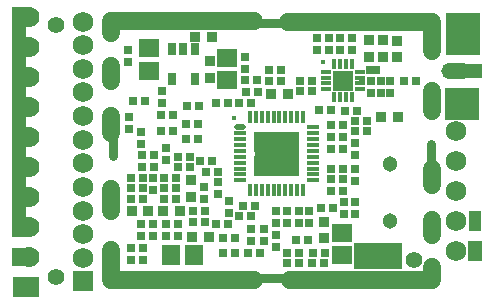
<source format=gts>
%FSLAX25Y25*%
%MOIN*%
G70*
G01*
G75*
%ADD10C,0.01000*%
%ADD11C,0.02000*%
%ADD12C,0.00800*%
%ADD13R,0.01969X0.02000*%
%ADD14R,0.03000X0.03000*%
%ADD15R,0.02000X0.01969*%
%ADD16R,0.03150X0.00984*%
%ADD17R,0.00984X0.03150*%
%ADD18R,0.00984X0.03150*%
%ADD19R,0.05906X0.05906*%
%ADD20O,0.03150X0.00984*%
%ADD21C,0.00800*%
%ADD22R,0.05906X0.05118*%
%ADD23R,0.02000X0.03150*%
%ADD24R,0.05118X0.05906*%
%ADD25R,0.02756X0.00984*%
%ADD26R,0.00984X0.02756*%
%ADD27R,0.06299X0.06299*%
%ADD28C,0.00700*%
%ADD29C,0.01500*%
%ADD30C,0.02900*%
%ADD31C,0.00600*%
%ADD32C,0.03000*%
%ADD33R,0.00900X0.00700*%
%ADD34R,0.03000X0.02247*%
%ADD35R,0.01600X0.02900*%
%ADD36R,0.07500X0.07700*%
%ADD37R,0.04500X0.03500*%
%ADD38R,0.03900X0.03000*%
%ADD39R,0.07700X0.04600*%
%ADD40R,0.02078X0.02277*%
%ADD41R,0.04100X0.02700*%
%ADD42R,0.04000X0.03000*%
%ADD43R,0.02300X0.04800*%
%ADD44C,0.04724*%
%ADD45C,0.06000*%
%ADD46O,0.09000X0.04500*%
%ADD47C,0.04331*%
%ADD48C,0.01500*%
%ADD49C,0.06200*%
%ADD50R,0.06200X0.06200*%
%ADD51R,0.06000X0.06000*%
%ADD52C,0.02200*%
%ADD53C,0.02400*%
%ADD54C,0.02000*%
%ADD55R,0.08026X0.06000*%
%ADD56R,0.08126X0.05900*%
%ADD57R,0.07700X0.06100*%
%ADD58R,0.05600X0.04400*%
%ADD59R,0.06200X0.05400*%
%ADD60C,0.01200*%
%ADD61R,0.08100X0.04600*%
%ADD62C,0.08661*%
%ADD63C,0.00394*%
%ADD64C,0.00500*%
%ADD65C,0.00787*%
%ADD66C,0.00300*%
%ADD67R,0.03000X0.05500*%
%ADD68R,0.03000X0.05000*%
%ADD69R,0.03000X0.06000*%
%ADD70R,0.03000X0.07000*%
%ADD71R,0.01800X0.07000*%
%ADD72R,0.01800X0.19500*%
%ADD73R,0.19500X0.01800*%
%ADD74R,0.01800X0.19500*%
%ADD75R,0.19500X0.01800*%
%ADD76R,0.07654X0.02619*%
%ADD77R,0.14800X0.14700*%
%ADD78C,0.05500*%
%ADD79C,0.06000*%
%ADD80R,0.06800X0.06800*%
%ADD81R,0.04600X0.76500*%
%ADD82R,0.04900X0.06100*%
%ADD83R,0.04300X0.06500*%
%ADD84R,0.04600X0.06700*%
%ADD85R,0.04300X0.06500*%
%ADD86R,0.07600X0.05100*%
%ADD87R,0.15900X0.08900*%
%ADD88R,0.11700X0.10600*%
%ADD89R,0.11300X0.14000*%
%ADD90R,0.14500X0.14500*%
%ADD91R,0.09300X0.05100*%
%ADD92R,0.01900X0.00800*%
%ADD93R,0.04500X0.03000*%
%ADD94R,0.02768X0.02800*%
%ADD95R,0.03800X0.03800*%
%ADD96R,0.02800X0.02768*%
%ADD97R,0.03950X0.01784*%
%ADD98R,0.01784X0.03950*%
%ADD99R,0.01784X0.03950*%
%ADD100R,0.06706X0.06706*%
%ADD101O,0.03950X0.01784*%
%ADD102C,0.01600*%
%ADD103R,0.06706X0.05918*%
%ADD104R,0.02800X0.03950*%
%ADD105R,0.05918X0.06706*%
%ADD106R,0.03556X0.01784*%
%ADD107R,0.01784X0.03556*%
%ADD108C,0.05524*%
%ADD109C,0.06800*%
%ADD110O,0.09800X0.05300*%
%ADD111C,0.05131*%
%ADD112C,0.07000*%
%ADD113R,0.07000X0.07000*%
%ADD114R,0.06800X0.06800*%
D32*
X1026700Y890700D02*
X1034500D01*
X1083500Y845300D02*
Y850400D01*
X1026800Y805700D02*
X1034300D01*
X977500Y846600D02*
Y852400D01*
D79*
X1036400Y805200D02*
X1084000D01*
X977000Y891300D02*
X1024500D01*
X977000Y854200D02*
Y859700D01*
X1036000Y891200D02*
X1084000D01*
Y805200D02*
Y809300D01*
Y820200D02*
Y825200D01*
Y861300D02*
Y868200D01*
X977000Y887300D02*
Y891300D01*
X1084000Y881300D02*
Y891200D01*
X977000Y805200D02*
X1024500D01*
X977000Y805400D02*
Y815200D01*
X1084000Y836800D02*
Y842200D01*
X977000Y871400D02*
Y876500D01*
X976900Y828200D02*
X977000Y835300D01*
D80*
X1054112Y871593D02*
D03*
D81*
X946100Y857850D02*
D03*
D82*
X946250Y812650D02*
D03*
D83*
X946050Y802750D02*
D03*
D84*
X1098300Y814850D02*
D03*
D85*
X1098150Y824650D02*
D03*
D86*
X1096974Y874766D02*
D03*
D87*
X1065950Y813050D02*
D03*
D88*
X1093850Y863900D02*
D03*
D89*
X1094050Y887200D02*
D03*
D90*
X1032050Y847150D02*
D03*
D91*
X1094650Y874750D02*
D03*
D92*
X1060550Y871600D02*
D03*
D93*
X1064350Y875000D02*
D03*
D94*
X1025847Y867812D02*
D03*
X1021847D02*
D03*
X988347Y864812D02*
D03*
X984347D02*
D03*
X1050247Y856712D02*
D03*
X1054247D02*
D03*
X1054347Y842212D02*
D03*
X1050347D02*
D03*
X1011753Y864204D02*
D03*
X1015753D02*
D03*
X1035547Y824212D02*
D03*
X1039547D02*
D03*
X1023653Y826288D02*
D03*
X1019653D02*
D03*
X1012453Y841188D02*
D03*
X1008453D02*
D03*
X995047Y819712D02*
D03*
X999047D02*
D03*
X1015947Y823812D02*
D03*
X1011947D02*
D03*
X991047Y842712D02*
D03*
X987047D02*
D03*
X1014047Y814212D02*
D03*
X1018047D02*
D03*
X1008053Y824288D02*
D03*
X1004053D02*
D03*
X1054253Y852788D02*
D03*
X1050253D02*
D03*
X1054247Y848812D02*
D03*
X1050247D02*
D03*
X1062047Y858212D02*
D03*
X1058047D02*
D03*
X1010547Y844712D02*
D03*
X1006547D02*
D03*
X1004047Y828212D02*
D03*
X1008047D02*
D03*
X999047Y842712D02*
D03*
X1003047D02*
D03*
X994453Y839188D02*
D03*
X998453D02*
D03*
X1048047Y814212D02*
D03*
X1044047D02*
D03*
X1014047Y819212D02*
D03*
X1018047D02*
D03*
X1047953Y810688D02*
D03*
X1043953D02*
D03*
X995047Y823612D02*
D03*
X999047D02*
D03*
X1050347Y838712D02*
D03*
X1054347D02*
D03*
X1062047Y854912D02*
D03*
X1058047D02*
D03*
X999047Y846212D02*
D03*
X1003047D02*
D03*
X994547Y835712D02*
D03*
X998547D02*
D03*
X994547Y832212D02*
D03*
X998547D02*
D03*
X986947Y819912D02*
D03*
X990947D02*
D03*
X983547Y839212D02*
D03*
X987547D02*
D03*
X987547Y832212D02*
D03*
X983547D02*
D03*
X987047Y846812D02*
D03*
X991047D02*
D03*
X1050953Y829188D02*
D03*
X1046953D02*
D03*
X1005953Y852188D02*
D03*
X1001953D02*
D03*
X993653Y854688D02*
D03*
X997653D02*
D03*
X1005953Y857188D02*
D03*
X1001953D02*
D03*
X987547Y835712D02*
D03*
X983547D02*
D03*
X1054347Y834912D02*
D03*
X1050347D02*
D03*
X1023447Y864212D02*
D03*
X1019447D02*
D03*
X1038647Y818312D02*
D03*
X1042647D02*
D03*
X990947Y823612D02*
D03*
X986947D02*
D03*
X987547Y811612D02*
D03*
X983547D02*
D03*
X1035547Y810712D02*
D03*
X1039547D02*
D03*
X1033453Y874988D02*
D03*
X1029453D02*
D03*
X1025447Y871612D02*
D03*
X1021447D02*
D03*
X1006153Y863188D02*
D03*
X1002153D02*
D03*
X997653Y860188D02*
D03*
X993653D02*
D03*
X1024947Y829912D02*
D03*
X1020947D02*
D03*
X1035453Y828188D02*
D03*
X1039453D02*
D03*
X983547Y815712D02*
D03*
X987547D02*
D03*
X1035547Y814212D02*
D03*
X1039547D02*
D03*
X1022447D02*
D03*
X1026447D02*
D03*
X1033453Y871388D02*
D03*
X1029453D02*
D03*
X1039853Y867988D02*
D03*
X1043853D02*
D03*
X1074447Y871512D02*
D03*
X1078447D02*
D03*
X1043847D02*
D03*
X1039847D02*
D03*
X1058827Y861588D02*
D03*
X1054827D02*
D03*
X1046274Y861716D02*
D03*
X1050274Y861716D02*
D03*
D95*
X1067633Y879577D02*
D03*
Y885077D02*
D03*
X1047716Y824576D02*
D03*
Y819076D02*
D03*
X1066976Y859584D02*
D03*
X1072476D02*
D03*
X1009376Y819584D02*
D03*
X1003876D02*
D03*
X999776Y828184D02*
D03*
X994276D02*
D03*
X983776D02*
D03*
X989276D02*
D03*
X1035760Y867016D02*
D03*
X1030260D02*
D03*
X1003484Y838424D02*
D03*
Y832924D02*
D03*
X1062933Y879577D02*
D03*
Y885077D02*
D03*
X1072267Y879423D02*
D03*
Y884923D02*
D03*
X1004903Y886051D02*
D03*
X1010403D02*
D03*
X1009749Y878003D02*
D03*
Y872503D02*
D03*
D96*
X1063500Y871500D02*
D03*
X1063500Y867500D02*
D03*
X1066800Y871500D02*
D03*
X1066800Y867500D02*
D03*
X1058312Y838153D02*
D03*
Y842153D02*
D03*
X1042988Y824247D02*
D03*
Y828247D02*
D03*
X1021388Y879347D02*
D03*
Y875347D02*
D03*
X995112Y849253D02*
D03*
Y845253D02*
D03*
X982912Y859553D02*
D03*
Y855553D02*
D03*
X1023512Y818153D02*
D03*
Y822153D02*
D03*
X1058288Y850847D02*
D03*
Y846847D02*
D03*
X1058312Y830953D02*
D03*
Y826953D02*
D03*
X990988Y839247D02*
D03*
Y835247D02*
D03*
X1027988Y818247D02*
D03*
Y822247D02*
D03*
X994012Y867953D02*
D03*
Y863953D02*
D03*
X986812Y850553D02*
D03*
Y854553D02*
D03*
X1031988Y828247D02*
D03*
Y824247D02*
D03*
Y815947D02*
D03*
Y819947D02*
D03*
X1016112Y831453D02*
D03*
Y827453D02*
D03*
X982688Y881747D02*
D03*
Y877747D02*
D03*
X1012488Y837747D02*
D03*
Y833747D02*
D03*
X1007988Y836247D02*
D03*
Y832247D02*
D03*
X1054588Y826947D02*
D03*
Y830947D02*
D03*
X1057088Y881747D02*
D03*
Y885747D02*
D03*
X1049388Y881747D02*
D03*
Y885747D02*
D03*
X1045588Y881747D02*
D03*
Y885747D02*
D03*
X1053212Y881753D02*
D03*
Y885753D02*
D03*
X1069900Y867500D02*
D03*
X1069900Y871500D02*
D03*
D97*
X1019847Y854058D02*
D03*
X1044257Y842247D02*
D03*
Y850121D02*
D03*
X1019847Y838310D02*
D03*
Y848153D02*
D03*
Y846184D02*
D03*
Y850121D02*
D03*
Y844216D02*
D03*
X1044257Y846184D02*
D03*
Y844216D02*
D03*
Y838310D02*
D03*
Y854058D02*
D03*
Y852090D02*
D03*
Y856027D02*
D03*
Y840279D02*
D03*
X1019847Y842247D02*
D03*
Y840279D02*
D03*
Y852090D02*
D03*
X1044257Y848153D02*
D03*
D98*
X1035005Y859373D02*
D03*
X1025162D02*
D03*
D99*
X1031068Y859373D02*
D03*
X1029099D02*
D03*
X1033036D02*
D03*
X1023194D02*
D03*
X1040910Y834964D02*
D03*
X1031068D02*
D03*
X1029099D02*
D03*
X1036973Y859373D02*
D03*
X1027131D02*
D03*
X1033036Y834964D02*
D03*
X1038942D02*
D03*
X1023194D02*
D03*
X1038942Y859373D02*
D03*
X1036973Y834964D02*
D03*
X1040910Y859373D02*
D03*
X1025162Y834964D02*
D03*
X1035005D02*
D03*
X1027131D02*
D03*
D100*
X1036000Y851200D02*
D03*
Y843200D02*
D03*
X1028000D02*
D03*
Y851200D02*
D03*
D101*
X1019847Y856027D02*
D03*
D102*
X1018000Y859200D02*
D03*
X1047616Y877892D02*
D03*
D103*
X1053900Y820800D02*
D03*
Y813320D02*
D03*
X989500Y874900D02*
D03*
Y882380D02*
D03*
X1015500Y879180D02*
D03*
Y871700D02*
D03*
D104*
X1001026Y881984D02*
D03*
X997226D02*
D03*
X1004726D02*
D03*
X997226Y871984D02*
D03*
X1004726D02*
D03*
D105*
X996920Y813500D02*
D03*
X1004400D02*
D03*
D106*
X1048502Y870609D02*
D03*
Y872577D02*
D03*
Y868640D02*
D03*
X1059722Y870609D02*
D03*
Y872577D02*
D03*
Y868640D02*
D03*
X1048502Y874546D02*
D03*
X1059722D02*
D03*
D107*
X1051159Y877203D02*
D03*
X1055096D02*
D03*
X1051159Y865983D02*
D03*
X1053128Y877203D02*
D03*
X1057065D02*
D03*
X1055096Y865983D02*
D03*
X1057065D02*
D03*
X1053128D02*
D03*
D108*
X958526Y806184D02*
D03*
X1078000Y811700D02*
D03*
X958500Y890200D02*
D03*
D109*
X1091984Y844674D02*
D03*
Y834674D02*
D03*
Y884674D02*
D03*
Y814674D02*
D03*
Y824674D02*
D03*
Y854674D02*
D03*
Y864674D02*
D03*
X967484Y875492D02*
D03*
Y867618D02*
D03*
Y859744D02*
D03*
Y836122D02*
D03*
Y828248D02*
D03*
Y891240D02*
D03*
Y883366D02*
D03*
Y812500D02*
D03*
Y820374D02*
D03*
X967484Y851870D02*
D03*
X967484Y843996D02*
D03*
D110*
X1091984Y874674D02*
D03*
D111*
X1070000Y824700D02*
D03*
Y843913D02*
D03*
D112*
X949500Y872700D02*
D03*
Y882700D02*
D03*
Y832700D02*
D03*
Y822700D02*
D03*
Y842700D02*
D03*
Y812700D02*
D03*
Y862700D02*
D03*
Y892700D02*
D03*
Y852700D02*
D03*
D113*
Y802700D02*
D03*
D114*
X967484Y804626D02*
D03*
M02*

</source>
